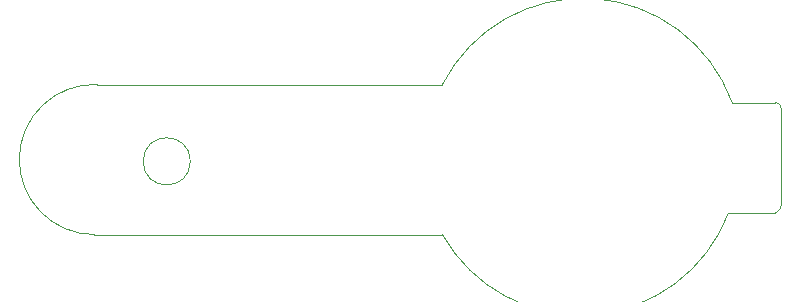
<source format=gm1>
%TF.GenerationSoftware,KiCad,Pcbnew,9.0.0*%
%TF.CreationDate,2025-05-25T15:05:46+08:00*%
%TF.ProjectId,LED_Torch,4c45445f-546f-4726-9368-2e6b69636164,1*%
%TF.SameCoordinates,Original*%
%TF.FileFunction,Profile,NP*%
%FSLAX46Y46*%
G04 Gerber Fmt 4.6, Leading zero omitted, Abs format (unit mm)*
G04 Created by KiCad (PCBNEW 9.0.0) date 2025-05-25 15:05:46*
%MOMM*%
%LPD*%
G01*
G04 APERTURE LIST*
%TA.AperFunction,Profile*%
%ADD10C,0.050000*%
%TD*%
G04 APERTURE END LIST*
D10*
X108204000Y-101500000D02*
G75*
G02*
X104204000Y-101500000I-2000000J0D01*
G01*
X104204000Y-101500000D02*
G75*
G02*
X108204000Y-101500000I2000000J0D01*
G01*
X129540001Y-95006959D02*
G75*
G02*
X154073252Y-96520000I11937999J-6085041D01*
G01*
X153748936Y-105914306D02*
G75*
G02*
X129540000Y-107696000I-12524936J4822306D01*
G01*
X153748936Y-105914303D02*
X157720966Y-105878897D01*
X157734000Y-96520000D02*
G75*
G02*
X158242000Y-97028000I0J-508000D01*
G01*
X158242000Y-105156000D02*
G75*
G02*
X157720966Y-105878897I-762000J0D01*
G01*
X154073252Y-96520000D02*
X157734000Y-96519999D01*
X100330000Y-94996000D02*
X129540000Y-95006958D01*
X100076000Y-107701078D02*
X129540000Y-107701078D01*
X158242000Y-97028000D02*
X158242000Y-105156000D01*
X100076004Y-107701078D02*
G75*
G02*
X100330000Y-94996000I-4J6355078D01*
G01*
M02*

</source>
